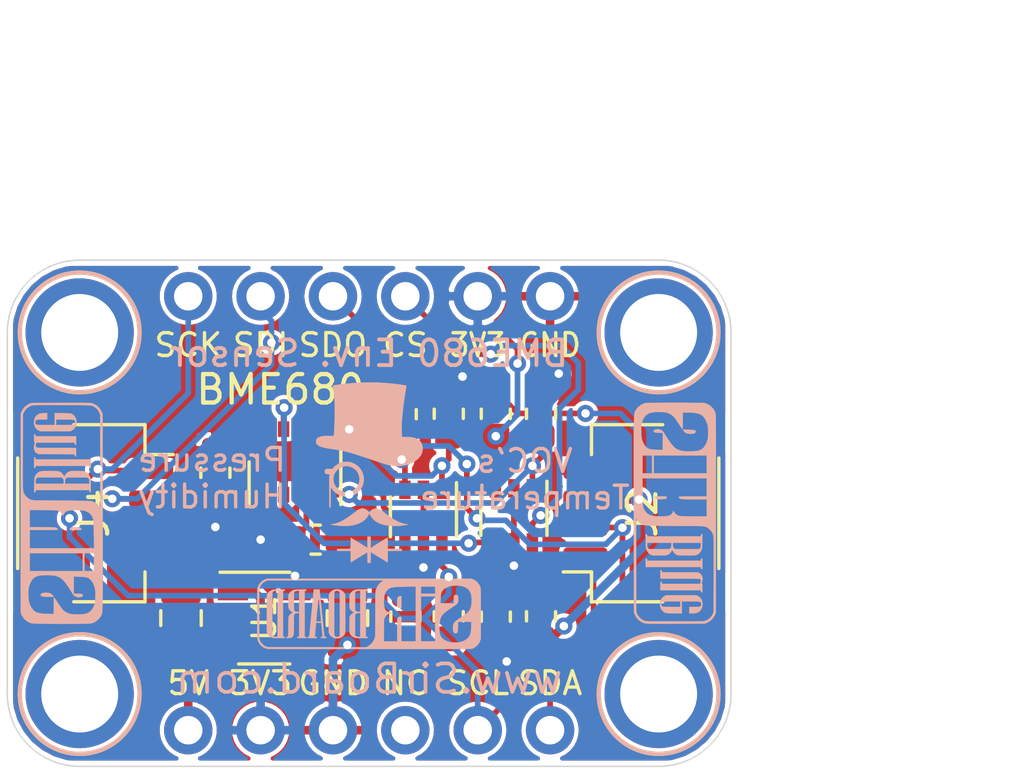
<source format=kicad_pcb>
(kicad_pcb (version 20171130) (host pcbnew "(5.1.2)-2")
  (title_block (title "BME680 Breakout with 5V Level Shift") (date 2020-01-21) (rev 2) (company SirBoard) (comment 1 www.SirBoard.com) (comment 2 "Temperature, Pressure, Humidity and VOC Sensor") (comment 3 "BME680 - SirBlue"))
  (layers (0 F.Cu signal) (31 B.Cu signal) (34 B.Paste user hide) (35 F.Paste user hide) (36 B.SilkS user) (37 F.SilkS user) (38 B.Mask user hide) (39 F.Mask user hide) (44 Edge.Cuts user))
  (net 0 "")
  (net 1 GND)
  (net 2 5V)
  (net 3 3V3)
  (net 4 "Net-(U1-Pad4)")
  (net 5 SCL_5V)
  (net 6 SDA_3V3)
  (net 7 SDA_5V)
  (net 8 SCL_3V3)
  (net 9 CS_5V)
  (net 10 CS_3V3)
  (net 11 NC)
  (net 12 SDO_5V)
  (net 13 SDO_3V3)
  (module logo:logo63x89 (layer B.Cu) (at 65.278 34.544 180)
    (fp_text reference G*** hide)
    (fp_text value LOGO hide)
  )
  (module logo:SirBoard79x25 (layer B.Cu) (at 65.278 39.497 180)
    (fp_text reference G*** hide)
    (fp_text value LOGO hide)
  )
  (module Package_LGA:Bosch_LGA-8_3x3mm_P0.8mm_ClockwisePinNumbering (layer F.Cu) (at 62.6745 34.163)
    (fp_text reference U2 hide)
    (fp_text value BME680)
    (pad 1 smd rect (at -1.2 -1.15) (size 0.4 0.55) (layers F.Cu F.Paste F.Mask) (net 1 GND))
    (pad 2 smd rect (at -0.4 -1.15) (size 0.4 0.55) (layers F.Cu F.Paste F.Mask) (net 10 CS_3V3))
    (pad 3 smd rect (at 0.4 -1.15) (size 0.4 0.55) (layers F.Cu F.Paste F.Mask) (net 6 SDA_3V3))
    (pad 4 smd rect (at 1.2 -1.15) (size 0.4 0.55) (layers F.Cu F.Paste F.Mask) (net 8 SCL_3V3))
    (pad 5 smd rect (at 1.2 1.15) (size 0.4 0.55) (layers F.Cu F.Paste F.Mask) (net 13 SDO_3V3))
    (pad 6 smd rect (at 0.4 1.15) (size 0.4 0.55) (layers F.Cu F.Paste F.Mask) (net 3 3V3))
    (pad 7 smd rect (at -0.4 1.15) (size 0.4 0.55) (layers F.Cu F.Paste F.Mask) (net 1 GND))
    (pad 8 smd rect (at -1.2 1.15) (size 0.4 0.55) (layers F.Cu F.Paste F.Mask) (net 3 3V3))
  )
  (module Connector_PinHeader_2.54mm:PinHeader_1x06_P2.54mm_Vertical (layer B.Cu) (at 58.928 28.3464 270)
    (fp_text reference J3 hide)
    (fp_text value Conn_01x06)
    (pad 6 thru_hole oval (at 0 -12.7 270) (size 1.7 1.7) (drill 1) (layers *.Cu *.Mask) (net 1 GND))
    (pad 5 thru_hole oval (at 0 -10.16 270) (size 1.7 1.7) (drill 1) (layers *.Cu *.Mask) (net 3 3V3))
    (pad 4 thru_hole oval (at 0 -7.62 270) (size 1.7 1.7) (drill 1) (layers *.Cu *.Mask) (net 9 CS_5V))
    (pad 3 thru_hole oval (at 0 -5.08 270) (size 1.7 1.7) (drill 1) (layers *.Cu *.Mask) (net 12 SDO_5V))
    (pad 2 thru_hole oval (at 0 -2.54 270) (size 1.7 1.7) (drill 1) (layers *.Cu *.Mask) (net 7 SDA_5V))
    (pad 1 thru_hole circle (at 0 0 270) (size 1.7 1.7) (drill 1) (layers *.Cu *.Mask) (net 5 SCL_5V))
  )
  (module Capacitor_SMD:C_0603_1608Metric (layer F.Cu) (at 63.3985 36.8935)
    (fp_text reference C3 hide)
    (fp_text value 100nF)
    (pad 2 smd roundrect (at 0.7875 0) (size 0.875 0.95) (layers F.Cu F.Paste F.Mask) (net 1 GND))
    (pad 1 smd roundrect (at -0.7875 0) (size 0.875 0.95) (layers F.Cu F.Paste F.Mask) (net 3 3V3))
  )
  (module Capacitor_SMD:C_0603_1608Metric (layer F.Cu) (at 59.8805 34.544 90)
    (fp_text reference C2 hide)
    (fp_text value 100nF)
    (pad 2 smd roundrect (at 0.7875 0 90) (size 0.875 0.95) (layers F.Cu F.Paste F.Mask) (net 1 GND))
    (pad 1 smd roundrect (at -0.7875 0 90) (size 0.875 0.95) (layers F.Cu F.Paste F.Mask) (net 3 3V3))
  )
  (module logo:SirBlue78x29 (layer B.Cu) (at 76.0095 35.9664 270)
    (fp_text reference G*** hide)
    (fp_text value LOGO hide)
  )
  (module logo:SirBlue78x29 (layer B.Cu) (at 54.483 35.9664 90)
    (fp_text reference G*** hide)
    (fp_text value LOGO hide)
  )
  (module Connector_PinHeader_2.54mm:PinHeader_1x06_P2.54mm_Vertical (layer B.Cu) (at 58.928 43.5864 270)
    (fp_text reference J1 hide)
    (fp_text value Conn_01x06)
    (pad 6 thru_hole oval (at 0 -12.7 270) (size 1.7 1.7) (drill 1) (layers *.Cu *.Mask) (net 7 SDA_5V))
    (pad 5 thru_hole oval (at 0 -10.16 270) (size 1.7 1.7) (drill 1) (layers *.Cu *.Mask) (net 5 SCL_5V))
    (pad 4 thru_hole oval (at 0 -7.62 270) (size 1.7 1.7) (drill 1) (layers *.Cu *.Mask) (net 11 NC))
    (pad 3 thru_hole oval (at 0 -5.08 270) (size 1.7 1.7) (drill 1) (layers *.Cu *.Mask) (net 1 GND))
    (pad 2 thru_hole oval (at 0 -2.54 270) (size 1.7 1.7) (drill 1) (layers *.Cu *.Mask) (net 3 3V3))
    (pad 1 thru_hole circle (at 0 0 270) (size 1.7 1.7) (drill 1) (layers *.Cu *.Mask) (net 2 5V))
  )
  (module Package_TO_SOT_SMD:SOT-23-5 (layer F.Cu) (at 61.595 39.6494)
    (fp_text reference U1 (at 0 0 90) (layer F.SilkS) (effects (font (size 0.8 0.8) (thickness 0.12))))
    (fp_text value AP2127K-3.3)
    (pad 5 smd rect (at 1.1 -0.95) (size 1.06 0.65) (layers F.Cu F.Paste F.Mask) (net 3 3V3))
    (pad 4 smd rect (at 1.1 0.95) (size 1.06 0.65) (layers F.Cu F.Paste F.Mask) (net 4 "Net-(U1-Pad4)"))
    (pad 3 smd rect (at -1.1 0.95) (size 1.06 0.65) (layers F.Cu F.Paste F.Mask) (net 2 5V))
    (pad 2 smd rect (at -1.1 0) (size 1.06 0.65) (layers F.Cu F.Paste F.Mask) (net 1 GND))
    (pad 1 smd rect (at -1.1 -0.95) (size 1.06 0.65) (layers F.Cu F.Paste F.Mask) (net 2 5V))
  )
  (module Connector_JST:JST_SH_SM04B-SRSS-TB_1x04-1MP_P1.00mm_Horizontal (layer F.Cu) (at 55.626 35.9664 270)
    (fp_text reference J4 (at 0 0 270) (layer F.SilkS))
    (fp_text value Conn_01x04)
    (pad 1 smd roundrect (at -1.5 -2 270) (size 0.6 1.55) (layers F.Cu F.Paste F.Mask) (net 5 SCL_5V))
    (pad 2 smd roundrect (at -0.5 -2 270) (size 0.6 1.55) (layers F.Cu F.Paste F.Mask) (net 7 SDA_5V))
    (pad 3 smd roundrect (at 0.5 -2 270) (size 0.6 1.55) (layers F.Cu F.Paste F.Mask) (net 2 5V))
    (pad 4 smd roundrect (at 1.5 -2 270) (size 0.6 1.55) (layers F.Cu F.Paste F.Mask) (net 1 GND))
    (pad MP smd roundrect (at -2.8 1.875 270) (size 1.2 1.8) (layers F.Cu F.Paste F.Mask) (roundrect_rratio 0.208333))
    (pad MP smd roundrect (at 2.8 1.875 270) (size 1.2 1.8) (layers F.Cu F.Paste F.Mask) (roundrect_rratio 0.208333))
  )
  (module Connector_JST:JST_SH_SM04B-SRSS-TB_1x04-1MP_P1.00mm_Horizontal (layer F.Cu) (at 74.8665 35.9664 90)
    (fp_text reference J2 (at 0 0 90) (layer F.SilkS))
    (fp_text value Conn_01x04)
    (pad 1 smd roundrect (at -1.5 -2 90) (size 0.6 1.55) (layers F.Cu F.Paste F.Mask) (net 5 SCL_5V))
    (pad 2 smd roundrect (at -0.5 -2 90) (size 0.6 1.55) (layers F.Cu F.Paste F.Mask) (net 7 SDA_5V))
    (pad 3 smd roundrect (at 0.5 -2 90) (size 0.6 1.55) (layers F.Cu F.Paste F.Mask) (net 2 5V))
    (pad 4 smd roundrect (at 1.5 -2 90) (size 0.6 1.55) (layers F.Cu F.Paste F.Mask) (net 1 GND))
    (pad MP smd roundrect (at -2.8 1.875 90) (size 1.2 1.8) (layers F.Cu F.Paste F.Mask) (roundrect_rratio 0.208333))
    (pad MP smd roundrect (at 2.8 1.875 90) (size 1.2 1.8) (layers F.Cu F.Paste F.Mask) (roundrect_rratio 0.208333))
  )
  (module Capacitor_SMD:C_0805_2012Metric (layer F.Cu) (at 64.516 39.6494 270)
    (fp_text reference C4 hide)
    (fp_text value 10uF)
    (pad 2 smd roundrect (at 0.9375 0 270) (size 0.975 1.4) (layers F.Cu F.Paste F.Mask) (net 1 GND))
    (pad 1 smd roundrect (at -0.9375 0 270) (size 0.975 1.4) (layers F.Cu F.Paste F.Mask) (net 3 3V3))
  )
  (module Capacitor_SMD:C_0805_2012Metric (layer F.Cu) (at 58.674 39.6494 90)
    (fp_text reference C1 hide)
    (fp_text value 10uF)
    (pad 2 smd roundrect (at 0.9375 0 90) (size 0.975 1.4) (layers F.Cu F.Paste F.Mask) (net 1 GND))
    (pad 1 smd roundrect (at -0.9375 0 90) (size 0.975 1.4) (layers F.Cu F.Paste F.Mask) (net 2 5V))
  )
  (module SirBoardLibrary:MountingHole_M2.5_SirBoard (layer F.Cu) (at 55.118 42.3164 270)
    (fp_text reference H1 hide)
    (fp_text value MountingHole)
    (pad 1 thru_hole circle (at 0 0 270) (size 3.8 3.8) (drill 2.7) (layers *.Cu *.Mask))
  )
  (module SirBoardLibrary:MountingHole_M2.5_SirBoard (layer F.Cu) (at 55.118 29.6164 270)
    (fp_text reference H2 hide)
    (fp_text value MountingHole)
    (pad 1 thru_hole circle (at 0 0 270) (size 3.8 3.8) (drill 2.7) (layers *.Cu *.Mask))
  )
  (module SirBoardLibrary:MountingHole_M2.5_SirBoard (layer F.Cu) (at 75.438 42.3164 90)
    (fp_text reference H3 hide)
    (fp_text value MountingHole)
    (pad 1 thru_hole circle (at 0 0 90) (size 3.8 3.8) (drill 2.7) (layers *.Cu *.Mask))
  )
  (module SirBoardLibrary:MountingHole_M2.5_SirBoard (layer F.Cu) (at 75.438 29.6164 90)
    (fp_text reference H4 hide)
    (fp_text value MountingHole)
    (pad 1 thru_hole circle (at 0 0 90) (size 3.8 3.8) (drill 2.7) (layers *.Cu *.Mask))
  )
  (module Resistor_SMD:R_0603_1608Metric (layer F.Cu) (at 66.421 32.4866 270)
    (fp_text reference R8 hide)
    (fp_text value 10K)
    (pad 2 smd roundrect (at 0.7875 0 270) (size 0.875 0.95) (layers F.Cu F.Paste F.Mask) (net 7 SDA_5V))
    (pad 1 smd roundrect (at -0.7875 0 270) (size 0.875 0.95) (layers F.Cu F.Paste F.Mask) (net 2 5V))
  )
  (module Resistor_SMD:R_0603_1608Metric (layer F.Cu) (at 66.548 39.5986 270)
    (fp_text reference R7 hide)
    (fp_text value 10K)
    (pad 2 smd roundrect (at 0.7875 0 270) (size 0.875 0.95) (layers F.Cu F.Paste F.Mask) (net 3 3V3))
    (pad 1 smd roundrect (at -0.7875 0 270) (size 0.875 0.95) (layers F.Cu F.Paste F.Mask) (net 6 SDA_3V3))
  )
  (module Resistor_SMD:R_0603_1608Metric (layer F.Cu) (at 68.072 39.5859 90)
    (fp_text reference R6 hide)
    (fp_text value 10K)
    (pad 2 smd roundrect (at 0.7875 0 90) (size 0.875 0.95) (layers F.Cu F.Paste F.Mask) (net 5 SCL_5V))
    (pad 1 smd roundrect (at -0.7875 0 90) (size 0.875 0.95) (layers F.Cu F.Paste F.Mask) (net 2 5V))
  )
  (module Resistor_SMD:R_0603_1608Metric (layer F.Cu) (at 68.072 32.4739 90)
    (fp_text reference R5 hide)
    (fp_text value 10K)
    (pad 2 smd roundrect (at 0.7875 0 90) (size 0.875 0.95) (layers F.Cu F.Paste F.Mask) (net 3 3V3))
    (pad 1 smd roundrect (at -0.7875 0 90) (size 0.875 0.95) (layers F.Cu F.Paste F.Mask) (net 8 SCL_3V3))
  )
  (module Resistor_SMD:R_0603_1608Metric (layer F.Cu) (at 69.723 32.4739 270)
    (fp_text reference R4 hide)
    (fp_text value 10K)
    (pad 2 smd roundrect (at 0.7875 0 270) (size 0.875 0.95) (layers F.Cu F.Paste F.Mask) (net 9 CS_5V))
    (pad 1 smd roundrect (at -0.7875 0 270) (size 0.875 0.95) (layers F.Cu F.Paste F.Mask) (net 2 5V))
  )
  (module Resistor_SMD:R_0603_1608Metric (layer F.Cu) (at 69.723 39.5986 270)
    (fp_text reference R3 hide)
    (fp_text value 10K)
    (pad 2 smd roundrect (at 0.7875 0 270) (size 0.875 0.95) (layers F.Cu F.Paste F.Mask) (net 3 3V3))
    (pad 1 smd roundrect (at -0.7875 0 270) (size 0.875 0.95) (layers F.Cu F.Paste F.Mask) (net 10 CS_3V3))
  )
  (module Resistor_SMD:R_0603_1608Metric (layer F.Cu) (at 71.3105 39.5859 90)
    (fp_text reference R2 hide)
    (fp_text value 10K)
    (pad 2 smd roundrect (at 0.7875 0 90) (size 0.875 0.95) (layers F.Cu F.Paste F.Mask) (net 12 SDO_5V))
    (pad 1 smd roundrect (at -0.7875 0 90) (size 0.875 0.95) (layers F.Cu F.Paste F.Mask) (net 2 5V))
  )
  (module Resistor_SMD:R_0603_1608Metric (layer F.Cu) (at 71.3105 32.4739 90)
    (fp_text reference R1 hide)
    (fp_text value 10K)
    (pad 2 smd roundrect (at 0.7875 0 90) (size 0.875 0.95) (layers F.Cu F.Paste F.Mask) (net 3 3V3))
    (pad 1 smd roundrect (at -0.7875 0 90) (size 0.875 0.95) (layers F.Cu F.Paste F.Mask) (net 13 SDO_3V3))
  )
  (module Package_TO_SOT_SMD:SOT-363_SC-70-6 (layer F.Cu) (at 67.183 36.0934 270)
    (fp_text reference Q2 hide)
    (fp_text value BSS138DW)
    (pad 6 smd rect (at 0.95 -0.65 270) (size 0.65 0.4) (layers F.Cu F.Paste F.Mask) (net 5 SCL_5V))
    (pad 4 smd rect (at 0.95 0.65 270) (size 0.65 0.4) (layers F.Cu F.Paste F.Mask) (net 6 SDA_3V3))
    (pad 2 smd rect (at -0.95 0 270) (size 0.65 0.4) (layers F.Cu F.Paste F.Mask) (net 3 3V3))
    (pad 5 smd rect (at 0.95 0 270) (size 0.65 0.4) (layers F.Cu F.Paste F.Mask) (net 3 3V3))
    (pad 3 smd rect (at -0.95 0.65 270) (size 0.65 0.4) (layers F.Cu F.Paste F.Mask) (net 7 SDA_5V))
    (pad 1 smd rect (at -0.95 -0.65 270) (size 0.65 0.4) (layers F.Cu F.Paste F.Mask) (net 8 SCL_3V3))
  )
  (module Package_TO_SOT_SMD:SOT-363_SC-70-6 (layer F.Cu) (at 70.358 36.0426 270)
    (fp_text reference Q1 hide)
    (fp_text value BSS138DW)
    (pad 6 smd rect (at 0.95 -0.65 270) (size 0.65 0.4) (layers F.Cu F.Paste F.Mask) (net 12 SDO_5V))
    (pad 4 smd rect (at 0.95 0.65 270) (size 0.65 0.4) (layers F.Cu F.Paste F.Mask) (net 10 CS_3V3))
    (pad 2 smd rect (at -0.95 0 270) (size 0.65 0.4) (layers F.Cu F.Paste F.Mask) (net 3 3V3))
    (pad 5 smd rect (at 0.95 0 270) (size 0.65 0.4) (layers F.Cu F.Paste F.Mask) (net 3 3V3))
    (pad 3 smd rect (at -0.95 0.65 270) (size 0.65 0.4) (layers F.Cu F.Paste F.Mask) (net 9 CS_5V))
    (pad 1 smd rect (at -0.95 -0.65 270) (size 0.65 0.4) (layers F.Cu F.Paste F.Mask) (net 13 SDO_3V3))
  )
  (gr_text "VOC's\nTemperature" (at 70.739 34.7726) (layer B.SilkS) (effects (font (size 0.8 0.8) (thickness 0.12)) (justify mirror)))
  (gr_text 3V3 (at 69.088 30.0609) (layer F.SilkS) (effects (font (size 0.8 0.7) (thickness 0.12))))
  (gr_text "Pressure\nHumidity" (at 59.7535 34.7345) (layer B.SilkS) (effects (font (size 0.8 0.8) (thickness 0.12)) (justify mirror)))
  (gr_text BME680 (at 62.1665 31.623) (layer F.SilkS) (effects (font (size 1 1))))
  (gr_text GND (at 71.628 30.0609) (layer F.SilkS) (effects (font (size 0.8 0.7) (thickness 0.12))))
  (gr_text SCK (at 58.928 30.0609) (layer F.SilkS) (effects (font (size 0.8 0.8) (thickness 0.12))))
  (gr_text SDI (at 61.468 30.0609) (layer F.SilkS) (effects (font (size 0.8 0.8) (thickness 0.12))))
  (gr_text SDO (at 64.008 30.0609) (layer F.SilkS) (effects (font (size 0.8 0.8) (thickness 0.12))))
  (gr_text CS (at 66.548 30.0609) (layer F.SilkS) (effects (font (size 0.8 0.8) (thickness 0.12))))
  (gr_text 5V (at 58.928 41.9354) (layer F.SilkS) (effects (font (size 0.8 0.8) (thickness 0.12))))
  (gr_text 3V3 (at 61.468 41.9354) (layer F.SilkS) (effects (font (size 0.8 0.8) (thickness 0.12))))
  (gr_text GND (at 64.008 41.9354) (layer F.SilkS) (effects (font (size 0.8 0.8) (thickness 0.12))))
  (gr_text NC (at 66.548 41.9354) (layer F.SilkS) (effects (font (size 0.8 0.8) (thickness 0.12))))
  (gr_text SCL (at 69.088 41.9354) (layer F.SilkS) (effects (font (size 0.8 0.8) (thickness 0.12))))
  (gr_text SDA (at 71.628 41.9354) (layer F.SilkS) (effects (font (size 0.8 0.8) (thickness 0.12))))
  (gr_arc (start 55.118 29.6164) (end 55.118 27.0764) (angle -90) (layer Edge.Cuts) (width 0.05))
  (gr_arc (start 75.438 29.6164) (end 77.978 29.6164) (angle -90) (layer Edge.Cuts) (width 0.05))
  (gr_arc (start 75.438 42.3164) (end 75.438 44.8564) (angle -90) (layer Edge.Cuts) (width 0.05))
  (gr_arc (start 55.118 42.3164) (end 52.578 42.3164) (angle -90) (layer Edge.Cuts) (width 0.05))
  (gr_line (start 52.578 42.3164) (end 52.578 29.6164) (layer Edge.Cuts) (width 0.05))
  (gr_line (start 55.118 27.0764) (end 75.438 27.0764) (layer Edge.Cuts) (width 0.05))
  (gr_line (start 77.978 29.6164) (end 77.978 42.3164) (layer Edge.Cuts) (width 0.05))
  (gr_line (start 75.438 44.8564) (end 55.118 44.8564) (layer Edge.Cuts) (width 0.05))
  (gr_text "BME680 Env. Sensor" (at 65.278 30.353) (layer B.SilkS) (effects (font (size 0.9 0.9) (thickness 0.135)) (justify mirror)))
  (gr_text www.SirBoard.com (at 65.278 41.783) (layer B.SilkS) (effects (font (size 1 1) (thickness 0.13)) (justify mirror)))
  (via (at 64.516 40.5892) (size 0.6) (drill 0.3) (layers F.Cu B.Cu) (net 1))
  (segment (start 64.008 41.0972) (end 64.516 40.5892) (width 0.3) (layer B.Cu) (net 1))
  (segment (start 64.008 43.5864) (end 64.008 41.0972) (width 0.3) (layer B.Cu) (net 1))
  (segment (start 58.674 40.5869) (end 58.674 41.7449) (width 0.3) (layer F.Cu) (net 2))
  (segment (start 58.928 41.9989) (end 58.928 43.5864) (width 0.3) (layer F.Cu) (net 2))
  (segment (start 58.674 41.7449) (end 58.928 41.9989) (width 0.3) (layer F.Cu) (net 2))
  (segment (start 58.6865 40.5994) (end 58.674 40.5869) (width 0.3) (layer F.Cu) (net 2))
  (segment (start 60.495 40.5994) (end 58.6865 40.5994) (width 0.3) (layer F.Cu) (net 2))
  (segment (start 61.2165 40.5994) (end 60.495 40.5994) (width 0.3) (layer F.Cu) (net 2))
  (segment (start 61.468 40.3479) (end 61.2165 40.5994) (width 0.3) (layer F.Cu) (net 2))
  (segment (start 61.468 38.9509) (end 61.468 40.3479) (width 0.3) (layer F.Cu) (net 2))
  (segment (start 60.495 38.6994) (end 61.2165 38.6994) (width 0.3) (layer F.Cu) (net 2))
  (segment (start 61.2165 38.6994) (end 61.468 38.9509) (width 0.3) (layer F.Cu) (net 2))
  (segment (start 70.848888 39.911788) (end 71.3105 40.3734) (width 0.2) (layer F.Cu) (net 2))
  (segment (start 70.523 39.5859) (end 70.848888 39.911788) (width 0.2) (layer F.Cu) (net 2))
  (segment (start 68.072 40.3734) (end 68.8595 39.5859) (width 0.2) (layer F.Cu) (net 2))
  (segment (start 68.8595 39.5859) (end 70.523 39.5859) (width 0.2) (layer F.Cu) (net 2))
  (segment (start 69.261388 32.148012) (end 69.723 31.6864) (width 0.2) (layer F.Cu) (net 2))
  (segment (start 68.9355 32.4739) (end 69.261388 32.148012) (width 0.2) (layer F.Cu) (net 2))
  (segment (start 66.421 31.6991) (end 67.1958 32.4739) (width 0.2) (layer F.Cu) (net 2))
  (segment (start 67.1958 32.4739) (end 68.9355 32.4739) (width 0.2) (layer F.Cu) (net 2))
  (segment (start 68.072 40.3734) (end 66.637 41.8084) (width 0.3) (layer F.Cu) (net 2))
  (segment (start 66.637 41.8084) (end 60.96 41.8084) (width 0.3) (layer F.Cu) (net 2))
  (segment (start 60.495 41.3434) (end 60.495 40.5994) (width 0.3) (layer F.Cu) (net 2))
  (segment (start 60.96 41.8084) (end 60.495 41.3434) (width 0.3) (layer F.Cu) (net 2))
  (via (at 72.1106 39.9288) (size 0.6) (drill 0.3) (layers F.Cu B.Cu) (net 2))
  (segment (start 71.3105 40.3734) (end 71.666 40.3734) (width 0.3) (layer F.Cu) (net 2))
  (segment (start 71.666 40.3734) (end 72.1106 39.9288) (width 0.3) (layer F.Cu) (net 2))
  (segment (start 72.1106 39.9288) (end 75.1078 36.9316) (width 0.3) (layer B.Cu) (net 2))
  (via (at 74.7522 35.4838) (size 0.6) (drill 0.3) (layers F.Cu B.Cu) (net 2))
  (segment (start 75.1078 36.9316) (end 75.1078 35.8394) (width 0.3) (layer B.Cu) (net 2))
  (segment (start 75.1078 35.8394) (end 74.7522 35.4838) (width 0.3) (layer B.Cu) (net 2))
  (segment (start 72.8839 35.4838) (end 72.8665 35.4664) (width 0.3) (layer F.Cu) (net 2))
  (segment (start 74.7522 35.4838) (end 72.8839 35.4838) (width 0.3) (layer F.Cu) (net 2))
  (segment (start 70.4978 32.4612) (end 72.8726 32.4612) (width 0.2) (layer F.Cu) (net 2))
  (segment (start 69.723 31.6864) (end 70.4978 32.4612) (width 0.2) (layer F.Cu) (net 2))
  (via (at 72.8726 32.4612) (size 0.6) (drill 0.3) (layers F.Cu B.Cu) (net 2))
  (segment (start 74.7522 33.1216) (end 74.7522 35.4838) (width 0.2) (layer B.Cu) (net 2))
  (segment (start 72.8726 32.4612) (end 74.0918 32.4612) (width 0.2) (layer B.Cu) (net 2))
  (segment (start 74.0918 32.4612) (end 74.7522 33.1216) (width 0.2) (layer B.Cu) (net 2))
  (segment (start 57.5541 40.5869) (end 58.674 40.5869) (width 0.3) (layer F.Cu) (net 2))
  (segment (start 55.7784 38.8112) (end 57.5541 40.5869) (width 0.3) (layer F.Cu) (net 2))
  (segment (start 55.7784 37.0586) (end 55.7784 38.8112) (width 0.3) (layer F.Cu) (net 2))
  (segment (start 57.626 36.4664) (end 56.3706 36.4664) (width 0.3) (layer F.Cu) (net 2))
  (segment (start 56.3706 36.4664) (end 55.7784 37.0586) (width 0.3) (layer F.Cu) (net 2))
  (segment (start 64.5035 38.6994) (end 64.516 38.7119) (width 0.3) (layer F.Cu) (net 3))
  (segment (start 62.695 38.6994) (end 63.561 38.6994) (width 0.3) (layer F.Cu) (net 3))
  (segment (start 63.561 38.6994) (end 64.5035 38.6994) (width 0.3) (layer F.Cu) (net 3))
  (segment (start 66.1902 40.3861) (end 66.548 40.3861) (width 0.2) (layer F.Cu) (net 3))
  (segment (start 64.516 38.7119) (end 66.1902 40.3861) (width 0.2) (layer F.Cu) (net 3))
  (segment (start 67.183 37.0434) (end 67.183 35.1434) (width 0.2) (layer F.Cu) (net 3))
  (segment (start 70.358 35.0926) (end 70.358 36.9926) (width 0.2) (layer F.Cu) (net 3))
  (via (at 67.183 37.8714) (size 0.6) (drill 0.3) (layers F.Cu B.Cu) (net 3))
  (segment (start 67.183 37.0434) (end 67.183 37.8714) (width 0.2) (layer F.Cu) (net 3))
  (via (at 70.358 37.8079) (size 0.6) (drill 0.3) (layers F.Cu B.Cu) (net 3))
  (segment (start 70.358 36.9926) (end 70.358 37.8079) (width 0.2) (layer F.Cu) (net 3))
  (via (at 70.104 41.1734) (size 0.6) (drill 0.3) (layers F.Cu B.Cu) (net 3))
  (segment (start 69.723 40.3861) (end 69.723 40.7924) (width 0.2) (layer F.Cu) (net 3))
  (segment (start 69.723 40.7924) (end 70.104 41.1734) (width 0.2) (layer F.Cu) (net 3))
  (via (at 71.9328 31.0642) (size 0.6) (drill 0.3) (layers F.Cu B.Cu) (net 3))
  (segment (start 71.3105 31.6864) (end 71.3106 31.6864) (width 0.3) (layer F.Cu) (net 3))
  (segment (start 71.3106 31.6864) (end 71.9328 31.0642) (width 0.3) (layer F.Cu) (net 3))
  (via (at 68.5546 31.1658) (size 0.6) (drill 0.3) (layers F.Cu B.Cu) (net 3))
  (segment (start 68.072 31.6864) (end 68.072 31.6484) (width 0.3) (layer F.Cu) (net 3))
  (segment (start 68.072 31.6484) (end 68.5546 31.1658) (width 0.3) (layer F.Cu) (net 3))
  (via (at 68.5546 31.1658) (size 0.6) (drill 0.3) (layers F.Cu B.Cu) (net 3))
  (via (at 59.8805 36.449) (size 0.6) (drill 0.3) (layers F.Cu B.Cu) (net 3))
  (segment (start 59.8805 35.3315) (end 59.8805 36.449) (width 0.2) (layer F.Cu) (net 3))
  (via (at 61.468 36.8935) (size 0.6) (drill 0.3) (layers F.Cu B.Cu) (net 3))
  (segment (start 62.611 36.8935) (end 61.468 36.8935) (width 0.2) (layer F.Cu) (net 3))
  (via (at 62.6745 38.1635) (size 0.6) (drill 0.3) (layers F.Cu B.Cu) (net 3))
  (segment (start 62.695 38.1744) (end 62.6841 38.1635) (width 0.2) (layer F.Cu) (net 3))
  (segment (start 62.6841 38.1635) (end 62.6745 38.1635) (width 0.2) (layer F.Cu) (net 3))
  (segment (start 62.695 38.6994) (end 62.695 38.1744) (width 0.2) (layer F.Cu) (net 3))
  (segment (start 61.456 35.3315) (end 59.8805 35.3315) (width 0.2) (layer F.Cu) (net 3))
  (segment (start 61.4745 35.313) (end 61.456 35.3315) (width 0.2) (layer F.Cu) (net 3))
  (segment (start 63.0745 36.43) (end 62.611 36.8935) (width 0.2) (layer F.Cu) (net 3))
  (segment (start 63.0745 35.313) (end 63.0745 36.43) (width 0.2) (layer F.Cu) (net 3))
  (segment (start 67.833 37.0434) (end 67.833 37.8229) (width 0.2) (layer F.Cu) (net 5))
  (segment (start 68.072 38.0619) (end 68.072 38.7984) (width 0.2) (layer F.Cu) (net 5))
  (segment (start 67.833 37.8229) (end 68.072 38.0619) (width 0.2) (layer F.Cu) (net 5))
  (via (at 68.072 38.2016) (size 0.6) (drill 0.3) (layers F.Cu B.Cu) (net 5))
  (segment (start 68.072 38.0619) (end 68.071994 38.061906) (width 0.2) (layer F.Cu) (net 5))
  (segment (start 70.9676 41.7068) (end 69.088 43.5864) (width 0.2) (layer F.Cu) (net 5))
  (segment (start 71.628 41.7068) (end 70.9676 41.7068) (width 0.2) (layer F.Cu) (net 5))
  (segment (start 73.152 40.1828) (end 71.628 41.7068) (width 0.2) (layer F.Cu) (net 5))
  (segment (start 72.8665 37.4664) (end 73.152 37.7519) (width 0.2) (layer F.Cu) (net 5))
  (segment (start 73.152 37.7519) (end 73.152 40.1828) (width 0.2) (layer F.Cu) (net 5))
  (via (at 54.7624 36.1442) (size 0.6) (drill 0.3) (layers F.Cu B.Cu) (net 5))
  (segment (start 54.7624 35.3822) (end 54.7624 36.1442) (width 0.2) (layer F.Cu) (net 5))
  (segment (start 57.626 34.4664) (end 55.6782 34.4664) (width 0.2) (layer F.Cu) (net 5))
  (segment (start 55.6782 34.4664) (end 54.7624 35.3822) (width 0.2) (layer F.Cu) (net 5))
  (segment (start 68.072 38.7984) (end 68.072 38.2016) (width 0.2) (layer B.Cu) (net 5))
  (segment (start 66.361641 39.657959) (end 67.212441 39.657959) (width 0.2) (layer B.Cu) (net 5))
  (segment (start 67.212441 39.657959) (end 68.072 38.7984) (width 0.2) (layer B.Cu) (net 5))
  (segment (start 67.216959 39.657959) (end 66.361641 39.657959) (width 0.2) (layer B.Cu) (net 5))
  (segment (start 69.088 43.5864) (end 69.088 41.529) (width 0.2) (layer B.Cu) (net 5))
  (segment (start 69.088 41.529) (end 67.216959 39.657959) (width 0.2) (layer B.Cu) (net 5))
  (via (at 55.753 34.417) (size 0.6) (drill 0.3) (layers F.Cu B.Cu) (net 5))
  (segment (start 56.261 34.417) (end 55.753 34.417) (width 0.2) (layer B.Cu) (net 5))
  (segment (start 58.928 28.3464) (end 58.928 31.75) (width 0.2) (layer B.Cu) (net 5))
  (segment (start 58.928 31.75) (end 56.261 34.417) (width 0.2) (layer B.Cu) (net 5))
  (segment (start 65.565682 38.862) (end 66.361641 39.657959) (width 0.2) (layer B.Cu) (net 5))
  (segment (start 56.8198 38.862) (end 65.565682 38.862) (width 0.2) (layer B.Cu) (net 5))
  (segment (start 54.7624 36.1442) (end 54.7624 36.8046) (width 0.2) (layer B.Cu) (net 5))
  (segment (start 54.7624 36.8046) (end 56.8198 38.862) (width 0.2) (layer B.Cu) (net 5))
  (segment (start 66.533 38.7961) (end 66.548 38.8111) (width 0.2) (layer F.Cu) (net 6))
  (segment (start 66.533 37.0434) (end 66.533 38.7961) (width 0.2) (layer F.Cu) (net 6))
  (segment (start 66.533 36.4975) (end 66.533 37.0434) (width 0.2) (layer F.Cu) (net 6))
  (segment (start 65.786 35.7505) (end 66.533 36.4975) (width 0.2) (layer F.Cu) (net 6))
  (segment (start 63.0745 33.488) (end 63.813 34.2265) (width 0.2) (layer F.Cu) (net 6))
  (segment (start 63.0745 33.013) (end 63.0745 33.488) (width 0.2) (layer F.Cu) (net 6))
  (segment (start 63.813 34.2265) (end 64.643 34.2265) (width 0.2) (layer F.Cu) (net 6))
  (segment (start 65.786 35.3695) (end 65.786 35.7505) (width 0.2) (layer F.Cu) (net 6))
  (segment (start 64.643 34.2265) (end 65.786 35.3695) (width 0.2) (layer F.Cu) (net 6))
  (segment (start 66.421 34.1884) (end 66.421 34.1884) (width 0.2) (layer F.Cu) (net 7))
  (via (at 68.707 34.2392) (size 0.6) (drill 0.3) (layers F.Cu B.Cu) (net 7))
  (via (at 69.0626 36.1442) (size 0.6) (drill 0.3) (layers F.Cu B.Cu) (net 7))
  (via (at 74.168 36.4744) (size 0.6) (drill 0.3) (layers F.Cu B.Cu) (net 7))
  (segment (start 74.16 36.4664) (end 72.8665 36.4664) (width 0.2) (layer F.Cu) (net 7))
  (segment (start 74.168 36.4744) (end 74.16 36.4664) (width 0.2) (layer F.Cu) (net 7))
  (segment (start 73.5838 37.0586) (end 74.168 36.4744) (width 0.2) (layer B.Cu) (net 7))
  (segment (start 70.9168 37.0586) (end 73.5838 37.0586) (width 0.2) (layer B.Cu) (net 7))
  (segment (start 70.073799 36.215599) (end 70.9168 37.0586) (width 0.2) (layer B.Cu) (net 7))
  (segment (start 69.0626 36.1442) (end 69.133999 36.215599) (width 0.2) (layer B.Cu) (net 7))
  (segment (start 69.133999 36.215599) (end 70.073799 36.215599) (width 0.2) (layer B.Cu) (net 7))
  (segment (start 68.707 35.7886) (end 69.0626 36.1442) (width 0.2) (layer F.Cu) (net 7))
  (segment (start 68.707 34.2392) (end 68.707 35.7886) (width 0.2) (layer F.Cu) (net 7))
  (segment (start 74.168 39.637844) (end 74.168 36.4744) (width 0.2) (layer F.Cu) (net 7))
  (segment (start 71.628 43.5864) (end 71.628 42.177844) (width 0.2) (layer F.Cu) (net 7))
  (segment (start 71.628 42.177844) (end 74.168 39.637844) (width 0.2) (layer F.Cu) (net 7))
  (segment (start 57.626 35.4664) (end 56.269 35.4664) (width 0.2) (layer F.Cu) (net 7))
  (segment (start 56.269 35.4664) (end 56.261 35.4584) (width 0.2) (layer F.Cu) (net 7))
  (via (at 56.261 35.4584) (size 0.6) (drill 0.3) (layers F.Cu B.Cu) (net 7))
  (via (at 61.849 29.972) (size 0.6) (drill 0.3) (layers F.Cu B.Cu) (net 7))
  (segment (start 61.849 30.098996) (end 61.848996 30.099) (width 0.2) (layer B.Cu) (net 7))
  (segment (start 61.849 29.21) (end 61.849 30.098996) (width 0.2) (layer B.Cu) (net 7))
  (segment (start 61.468 28.3464) (end 61.468 28.829) (width 0.2) (layer B.Cu) (net 7))
  (segment (start 61.468 28.829) (end 61.849 29.21) (width 0.2) (layer B.Cu) (net 7))
  (segment (start 57.133532 35.4584) (end 56.261 35.4584) (width 0.2) (layer B.Cu) (net 7))
  (segment (start 61.849 30.742932) (end 57.133532 35.4584) (width 0.2) (layer B.Cu) (net 7))
  (segment (start 61.848996 30.099) (end 61.849 30.099004) (width 0.2) (layer B.Cu) (net 7))
  (segment (start 61.849 30.099004) (end 61.849 30.742932) (width 0.2) (layer B.Cu) (net 7))
  (segment (start 63.1189 29.972) (end 61.849 29.972) (width 0.2) (layer F.Cu) (net 7))
  (segment (start 66.421 33.2741) (end 63.1189 29.972) (width 0.2) (layer F.Cu) (net 7))
  (segment (start 66.421 33.2741) (end 66.421 34.08049) (width 0.2) (layer F.Cu) (net 7))
  (segment (start 66.89729 33.6042) (end 66.720999 33.780491) (width 0.2) (layer B.Cu) (net 7))
  (segment (start 66.720999 33.780491) (end 66.421 34.08049) (width 0.2) (layer B.Cu) (net 7))
  (segment (start 68.072 33.6042) (end 66.89729 33.6042) (width 0.2) (layer B.Cu) (net 7))
  (via (at 66.421 34.08049) (size 0.6) (drill 0.3) (layers F.Cu B.Cu) (net 7))
  (segment (start 66.533 35.1434) (end 66.533 34.19249) (width 0.2) (layer F.Cu) (net 7))
  (segment (start 66.533 34.19249) (end 66.421 34.08049) (width 0.2) (layer F.Cu) (net 7))
  (segment (start 68.707 34.2392) (end 68.072 33.6042) (width 0.2) (layer B.Cu) (net 7))
  (segment (start 68.072 33.2614) (end 68.072 34.0614) (width 0.2) (layer F.Cu) (net 8))
  (segment (start 67.833 34.3004) (end 67.833 35.1434) (width 0.2) (layer F.Cu) (net 8))
  (segment (start 68.072 34.0614) (end 67.833 34.3004) (width 0.2) (layer F.Cu) (net 8))
  (via (at 67.833 34.3004) (size 0.6) (drill 0.3) (layers F.Cu B.Cu) (net 8))
  (via (at 64.5795 33.02) (size 0.6) (drill 0.3) (layers F.Cu B.Cu) (net 8))
  (segment (start 66.212999 34.653499) (end 64.879499 33.319999) (width 0.2) (layer B.Cu) (net 8))
  (segment (start 64.879499 33.319999) (end 64.5795 33.02) (width 0.2) (layer B.Cu) (net 8))
  (segment (start 67.479901 34.653499) (end 66.212999 34.653499) (width 0.2) (layer B.Cu) (net 8))
  (segment (start 67.833 34.3004) (end 67.479901 34.653499) (width 0.2) (layer B.Cu) (net 8))
  (segment (start 64.5725 33.013) (end 64.5795 33.02) (width 0.2) (layer F.Cu) (net 8))
  (segment (start 63.8745 33.013) (end 64.5725 33.013) (width 0.2) (layer F.Cu) (net 8))
  (segment (start 69.723 35.0776) (end 69.708 35.0926) (width 0.2) (layer F.Cu) (net 9))
  (segment (start 69.723 33.2614) (end 69.723 35.0776) (width 0.2) (layer F.Cu) (net 9))
  (via (at 70.485 30.7086) (size 0.6) (drill 0.3) (layers F.Cu B.Cu) (net 9))
  (via (at 69.723 33.2614) (size 0.6) (drill 0.3) (layers F.Cu B.Cu) (net 9))
  (segment (start 70.485 30.7086) (end 70.485 32.4994) (width 0.2) (layer B.Cu) (net 9))
  (segment (start 70.485 32.4994) (end 69.723 33.2614) (width 0.2) (layer B.Cu) (net 9))
  (segment (start 70.485 30.2006) (end 70.485 30.7086) (width 0.2) (layer F.Cu) (net 9))
  (segment (start 69.8246 29.5402) (end 70.485 30.2006) (width 0.2) (layer F.Cu) (net 9))
  (segment (start 66.548 28.3464) (end 67.7418 29.5402) (width 0.2) (layer F.Cu) (net 9))
  (segment (start 67.7418 29.5402) (end 69.8246 29.5402) (width 0.2) (layer F.Cu) (net 9))
  (segment (start 69.708 38.7961) (end 69.723 38.8111) (width 0.2) (layer F.Cu) (net 10))
  (segment (start 69.708 36.9926) (end 69.708 38.7961) (width 0.2) (layer F.Cu) (net 10))
  (segment (start 68.7984 36.9926) (end 68.7705 37.0205) (width 0.2) (layer F.Cu) (net 10))
  (segment (start 69.708 36.9926) (end 68.7984 36.9926) (width 0.2) (layer F.Cu) (net 10))
  (via (at 68.7705 37.0205) (size 0.6) (drill 0.3) (layers F.Cu B.Cu) (net 10))
  (segment (start 62.2935 35.6235) (end 62.2935 32.682264) (width 0.2) (layer B.Cu) (net 10))
  (segment (start 62.2935 32.682264) (end 62.2935 32.258) (width 0.2) (layer B.Cu) (net 10))
  (segment (start 63.6905 37.0205) (end 62.2935 35.6235) (width 0.2) (layer B.Cu) (net 10))
  (segment (start 68.7705 37.0205) (end 63.6905 37.0205) (width 0.2) (layer B.Cu) (net 10))
  (via (at 62.2935 32.258) (size 0.6) (drill 0.3) (layers F.Cu B.Cu) (net 10))
  (segment (start 62.2935 32.5755) (end 62.2935 32.258) (width 0.2) (layer F.Cu) (net 10))
  (segment (start 62.2745 33.013) (end 62.2745 32.5945) (width 0.2) (layer F.Cu) (net 10))
  (segment (start 62.2745 32.5945) (end 62.2935 32.5755) (width 0.2) (layer F.Cu) (net 10))
  (segment (start 71.008 36.9926) (end 71.008 37.8864) (width 0.2) (layer F.Cu) (net 12))
  (segment (start 71.3105 38.1889) (end 71.3105 38.7984) (width 0.2) (layer F.Cu) (net 12))
  (segment (start 71.008 37.8864) (end 71.3105 38.1889) (width 0.2) (layer F.Cu) (net 12))
  (via (at 71.2978 36.0426) (size 0.6) (drill 0.3) (layers F.Cu B.Cu) (net 12))
  (segment (start 71.008 36.9926) (end 71.008 36.3324) (width 0.2) (layer F.Cu) (net 12))
  (segment (start 71.008 36.3324) (end 71.2978 36.0426) (width 0.2) (layer F.Cu) (net 12))
  (segment (start 64.008 28.3464) (end 66.040002 30.378402) (width 0.2) (layer F.Cu) (net 12))
  (segment (start 66.040002 30.378402) (end 69.545202 30.378402) (width 0.2) (layer F.Cu) (net 12))
  (via (at 69.545202 30.378402) (size 0.6) (drill 0.3) (layers F.Cu B.Cu) (net 12))
  (segment (start 69.845201 30.078403) (end 72.013803 30.078403) (width 0.2) (layer B.Cu) (net 12))
  (segment (start 69.545202 30.378402) (end 69.845201 30.078403) (width 0.2) (layer B.Cu) (net 12))
  (segment (start 72.013803 30.078403) (end 72.6186 30.6832) (width 0.2) (layer B.Cu) (net 12))
  (segment (start 72.6186 30.6832) (end 72.6186 31.623) (width 0.2) (layer B.Cu) (net 12))
  (segment (start 72.6186 31.623) (end 71.9582 32.2834) (width 0.2) (layer B.Cu) (net 12))
  (segment (start 71.9582 35.3822) (end 71.2978 36.0426) (width 0.2) (layer B.Cu) (net 12))
  (segment (start 71.9582 32.2834) (end 71.9582 35.3822) (width 0.2) (layer B.Cu) (net 12))
  (segment (start 71.3105 33.2614) (end 71.3105 33.9979) (width 0.2) (layer F.Cu) (net 13))
  (segment (start 71.008 34.3004) (end 71.008 35.0926) (width 0.2) (layer F.Cu) (net 13))
  (segment (start 71.3105 33.9979) (end 71.008 34.3004) (width 0.2) (layer F.Cu) (net 13))
  (via (at 71.008 34.3004) (size 0.6) (drill 0.3) (layers F.Cu B.Cu) (net 13))
  (via (at 64.5795 35.306) (size 0.6) (drill 0.3) (layers F.Cu B.Cu) (net 13))
  (segment (start 69.702401 35.605999) (end 64.879499 35.605999) (width 0.2) (layer B.Cu) (net 13))
  (segment (start 64.879499 35.605999) (end 64.5795 35.306) (width 0.2) (layer B.Cu) (net 13))
  (segment (start 71.008 34.3004) (end 69.702401 35.605999) (width 0.2) (layer B.Cu) (net 13))
  (segment (start 64.5725 35.313) (end 64.5795 35.306) (width 0.2) (layer F.Cu) (net 13))
  (segment (start 63.8745 35.313) (end 64.5725 35.313) (width 0.2) (layer F.Cu) (net 13))
  (zone (net 3) (net_name 3V3) (layer B.Cu) (connect_pads (clearance 0.15)) (min_thickness 0.15) (fill yes (arc_segments 32) (thermal_gap 0.2) (thermal_bridge_width 0.3))
    (polygon (pts (xy 52.7812 27.2796) (xy 77.7748 27.2796) (xy 77.7748 44.6532) (xy 52.7812 44.6532)))
  )
  (zone (net 1) (net_name GND) (layer F.Cu) (connect_pads (clearance 0.15)) (min_thickness 0.15) (fill yes (arc_segments 32) (thermal_gap 0.2) (thermal_bridge_width 0.3))
    (polygon (pts (xy 52.7812 27.2796) (xy 77.7748 27.2796) (xy 77.7748 44.6532) (xy 52.7812 44.6532)))
  )
)
</source>
